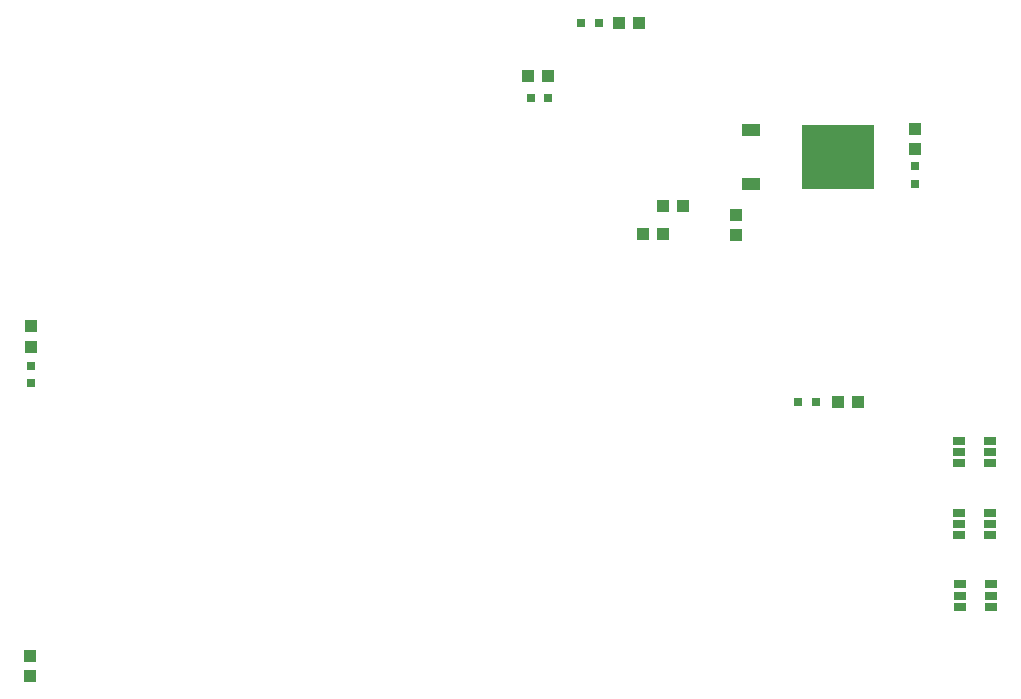
<source format=gtp>
G75*
%MOIN*%
%OFA0B0*%
%FSLAX25Y25*%
%IPPOS*%
%LPD*%
%AMOC8*
5,1,8,0,0,1.08239X$1,22.5*
%
%ADD10R,0.24409X0.21260*%
%ADD11R,0.06299X0.03937*%
%ADD12R,0.03150X0.03150*%
%ADD13R,0.04331X0.03937*%
%ADD14R,0.03937X0.04331*%
%ADD15R,0.03937X0.02756*%
D10*
X0304997Y0252473D03*
D11*
X0276257Y0243497D03*
X0276257Y0261450D03*
D12*
X0225509Y0297198D03*
X0219603Y0297198D03*
X0208579Y0272001D03*
X0202674Y0272001D03*
X0330784Y0249324D03*
X0330784Y0243418D03*
X0297773Y0170767D03*
X0291868Y0170767D03*
X0036020Y0176961D03*
X0036020Y0182867D03*
D13*
X0036138Y0189206D03*
X0036138Y0195898D03*
X0330705Y0255190D03*
X0330705Y0261883D03*
D14*
X0035902Y0079442D03*
X0035902Y0086135D03*
X0240233Y0226725D03*
X0246926Y0226725D03*
X0246886Y0236056D03*
X0253579Y0236056D03*
X0271138Y0233024D03*
X0271138Y0226331D03*
X0305254Y0170767D03*
X0311946Y0170767D03*
X0208540Y0279284D03*
X0201847Y0279284D03*
X0232083Y0297158D03*
X0238776Y0297158D03*
D15*
X0345430Y0157788D03*
X0345430Y0154048D03*
X0345430Y0150308D03*
X0355666Y0150308D03*
X0355666Y0154048D03*
X0355666Y0157788D03*
X0355666Y0133851D03*
X0355666Y0130111D03*
X0355666Y0126371D03*
X0345430Y0126371D03*
X0345430Y0130111D03*
X0345430Y0133851D03*
X0345823Y0109914D03*
X0345823Y0106174D03*
X0345823Y0102434D03*
X0356060Y0102434D03*
X0356060Y0106174D03*
X0356060Y0109914D03*
M02*

</source>
